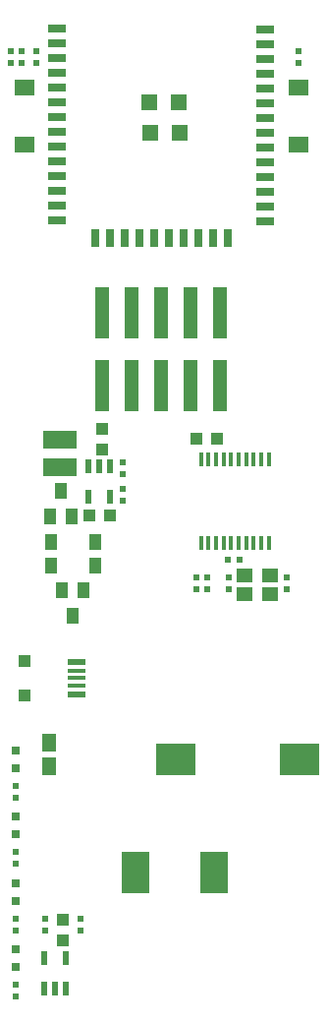
<source format=gbr>
G04 #@! TF.GenerationSoftware,KiCad,Pcbnew,6.0.0-rc1-unknown-69d90a4~84~ubuntu18.04.1*
G04 #@! TF.CreationDate,2019-01-16T16:00:12+02:00
G04 #@! TF.ProjectId,ESP32-PoE-ISO_Rev_A,45535033-322d-4506-9f45-2d49534f5f52,A*
G04 #@! TF.SameCoordinates,Original*
G04 #@! TF.FileFunction,Paste,Top*
G04 #@! TF.FilePolarity,Positive*
%FSLAX46Y46*%
G04 Gerber Fmt 4.6, Leading zero omitted, Abs format (unit mm)*
G04 Created by KiCad (PCBNEW 6.0.0-rc1-unknown-69d90a4~84~ubuntu18.04.1) date 16.01.2019 (ср) 16:00:12 EET*
%MOMM*%
%LPD*%
G04 APERTURE LIST*
%ADD10R,0.550000X0.500000*%
%ADD11R,3.400000X2.700000*%
%ADD12R,1.400000X1.200000*%
%ADD13R,1.754000X1.427000*%
%ADD14R,1.254000X4.504000*%
%ADD15R,1.400000X1.400000*%
%ADD16R,1.550000X0.750000*%
%ADD17R,0.750000X1.550000*%
%ADD18R,3.000000X1.600000*%
%ADD19R,1.000000X1.400000*%
%ADD20R,1.650000X0.500000*%
%ADD21R,1.650000X0.325000*%
%ADD22R,1.000000X1.100000*%
%ADD23R,1.016000X1.016000*%
%ADD24R,0.800000X0.800000*%
%ADD25R,2.400000X3.600000*%
%ADD26R,0.325000X1.270000*%
%ADD27R,0.550000X1.200000*%
%ADD28R,0.500000X0.550000*%
%ADD29R,1.270000X1.524000*%
G04 APERTURE END LIST*
D10*
X107188000Y-145034000D03*
X107188000Y-144018000D03*
D11*
X116094000Y-159639000D03*
X105394000Y-159639000D03*
D10*
X93345000Y-99695000D03*
X93345000Y-98679000D03*
D12*
X111338000Y-143853000D03*
X113538000Y-145453000D03*
X113538000Y-143853000D03*
X111338000Y-145453000D03*
D10*
X109982000Y-144018000D03*
X109982000Y-145034000D03*
D13*
X115959000Y-101826500D03*
X115959000Y-106707500D03*
X92321000Y-101826500D03*
X92321000Y-106707500D03*
D14*
X109220000Y-121208000D03*
X109220000Y-127458000D03*
X106680000Y-121208000D03*
X106680000Y-127458000D03*
X104140000Y-121208000D03*
X104140000Y-127458000D03*
X101600000Y-121208000D03*
X101600000Y-127458000D03*
X99060000Y-121208000D03*
X99060000Y-127458000D03*
D15*
X105706400Y-105768000D03*
X103166400Y-105768000D03*
X105681000Y-103101000D03*
X103141000Y-103101000D03*
D16*
X95140000Y-96785000D03*
X95140000Y-98055000D03*
X95140000Y-99325000D03*
X95140000Y-100595000D03*
X95140000Y-101865000D03*
X95140000Y-103135000D03*
X95140000Y-104405000D03*
X95140000Y-105675000D03*
X95140000Y-106945000D03*
X95140000Y-108215000D03*
X95140000Y-109485000D03*
X95140000Y-110755000D03*
X95140000Y-112025000D03*
X95140000Y-113295000D03*
D17*
X98440000Y-114785000D03*
X99710000Y-114785000D03*
X100980000Y-114785000D03*
X102250000Y-114785000D03*
X103520000Y-114785000D03*
X104790000Y-114785000D03*
X106060000Y-114785000D03*
X107330000Y-114785000D03*
X108600000Y-114785000D03*
X109870000Y-114785000D03*
D16*
X113140000Y-113335000D03*
X113140000Y-112065000D03*
X113140000Y-110795000D03*
X113140000Y-109525000D03*
X113140000Y-108255000D03*
X113140000Y-106985000D03*
X113140000Y-105715000D03*
X113140000Y-104445000D03*
X113140000Y-103175000D03*
X113140000Y-101905000D03*
X113140000Y-100635000D03*
X113140000Y-99365000D03*
X113140000Y-98095000D03*
X113140000Y-96825000D03*
D10*
X114935000Y-145034000D03*
X114935000Y-144018000D03*
X115951000Y-98679000D03*
X115951000Y-99695000D03*
D18*
X95377000Y-132150000D03*
X95377000Y-134550000D03*
D19*
X97469960Y-145069560D03*
X95567500Y-145069560D03*
X96522540Y-147279360D03*
X94554040Y-138775440D03*
X96456500Y-138775440D03*
X95501460Y-136565640D03*
D20*
X96876000Y-151266500D03*
D21*
X96876000Y-152004000D03*
X96876000Y-152654000D03*
X96876000Y-153304000D03*
D20*
X96876000Y-154041500D03*
D22*
X92326000Y-151154000D03*
X92326000Y-154154000D03*
D23*
X107188000Y-132080000D03*
X108966000Y-132080000D03*
D24*
X91567000Y-177546000D03*
X91567000Y-176022000D03*
D23*
X99060000Y-132969000D03*
X99060000Y-131191000D03*
D24*
X91567000Y-171831000D03*
X91567000Y-170307000D03*
D25*
X108683000Y-169418000D03*
X101883000Y-169418000D03*
D26*
X107565000Y-141033500D03*
X108215000Y-141033500D03*
X108865000Y-141033500D03*
X109515000Y-141033500D03*
X110165000Y-141033500D03*
X110815000Y-141033500D03*
X111465000Y-141033500D03*
X112115000Y-141033500D03*
X112765000Y-141033500D03*
X113415000Y-141033500D03*
X113415000Y-133794500D03*
X112765000Y-133794500D03*
X112115000Y-133794500D03*
X111465000Y-133794500D03*
X110815000Y-133794500D03*
X110165000Y-133794500D03*
X109515000Y-133794500D03*
X108865000Y-133794500D03*
X108215000Y-133794500D03*
X107565000Y-133794500D03*
D27*
X99756000Y-134463000D03*
X98806000Y-134463000D03*
X97856000Y-134463000D03*
X99756000Y-137063000D03*
X97856000Y-137063000D03*
D23*
X95631000Y-173482000D03*
X95631000Y-175260000D03*
X99695000Y-138684000D03*
X97917000Y-138684000D03*
D28*
X110871000Y-142494000D03*
X109855000Y-142494000D03*
D10*
X108077000Y-145034000D03*
X108077000Y-144018000D03*
X91567000Y-180086000D03*
X91567000Y-179070000D03*
X91567000Y-168656000D03*
X91567000Y-167640000D03*
X91567000Y-162941000D03*
X91567000Y-161925000D03*
X91567000Y-174371000D03*
X91567000Y-173355000D03*
X100838000Y-134112000D03*
X100838000Y-135128000D03*
X100838000Y-137414000D03*
X100838000Y-136398000D03*
X97155000Y-173355000D03*
X97155000Y-174371000D03*
D24*
X91567000Y-160401000D03*
X91567000Y-158877000D03*
X91567000Y-166116000D03*
X91567000Y-164592000D03*
D29*
X94488000Y-158242000D03*
X94488000Y-160274000D03*
D27*
X94046000Y-179354000D03*
X94996000Y-179354000D03*
X95946000Y-179354000D03*
X94046000Y-176754000D03*
X95946000Y-176754000D03*
D10*
X94107000Y-173355000D03*
X94107000Y-174371000D03*
X91186000Y-98679000D03*
X91186000Y-99695000D03*
X92075000Y-99695000D03*
X92075000Y-98679000D03*
D19*
X98420000Y-143002000D03*
X94620000Y-143002000D03*
X94620000Y-140970000D03*
X98420000Y-140970000D03*
M02*

</source>
